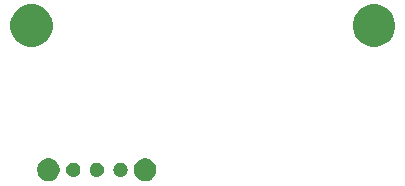
<source format=gbs>
G04 #@! TF.GenerationSoftware,KiCad,Pcbnew,(5.1.0)-1*
G04 #@! TF.CreationDate,2019-09-23T14:02:08-04:00*
G04 #@! TF.ProjectId,RGBMount,5247424d-6f75-46e7-942e-6b696361645f,rev?*
G04 #@! TF.SameCoordinates,Original*
G04 #@! TF.FileFunction,Soldermask,Bot*
G04 #@! TF.FilePolarity,Negative*
%FSLAX46Y46*%
G04 Gerber Fmt 4.6, Leading zero omitted, Abs format (unit mm)*
G04 Created by KiCad (PCBNEW (5.1.0)-1) date 2019-09-23 14:02:08*
%MOMM*%
%LPD*%
G04 APERTURE LIST*
%ADD10C,0.100000*%
G04 APERTURE END LIST*
D10*
G36*
X109907395Y-109785546D02*
G01*
X110080466Y-109857234D01*
X110080467Y-109857235D01*
X110236227Y-109961310D01*
X110368690Y-110093773D01*
X110387615Y-110122096D01*
X110472766Y-110249534D01*
X110544454Y-110422605D01*
X110581000Y-110606333D01*
X110581000Y-110793667D01*
X110544454Y-110977395D01*
X110472766Y-111150466D01*
X110472765Y-111150467D01*
X110368690Y-111306227D01*
X110236227Y-111438690D01*
X110157818Y-111491081D01*
X110080466Y-111542766D01*
X109907395Y-111614454D01*
X109723667Y-111651000D01*
X109536333Y-111651000D01*
X109352605Y-111614454D01*
X109179534Y-111542766D01*
X109102182Y-111491081D01*
X109023773Y-111438690D01*
X108891310Y-111306227D01*
X108787235Y-111150467D01*
X108787234Y-111150466D01*
X108715546Y-110977395D01*
X108679000Y-110793667D01*
X108679000Y-110606333D01*
X108715546Y-110422605D01*
X108787234Y-110249534D01*
X108872385Y-110122096D01*
X108891310Y-110093773D01*
X109023773Y-109961310D01*
X109179533Y-109857235D01*
X109179534Y-109857234D01*
X109352605Y-109785546D01*
X109536333Y-109749000D01*
X109723667Y-109749000D01*
X109907395Y-109785546D01*
X109907395Y-109785546D01*
G37*
G36*
X101707395Y-109785546D02*
G01*
X101880466Y-109857234D01*
X101880467Y-109857235D01*
X102036227Y-109961310D01*
X102168690Y-110093773D01*
X102187615Y-110122096D01*
X102272766Y-110249534D01*
X102344454Y-110422605D01*
X102381000Y-110606333D01*
X102381000Y-110793667D01*
X102344454Y-110977395D01*
X102272766Y-111150466D01*
X102272765Y-111150467D01*
X102168690Y-111306227D01*
X102036227Y-111438690D01*
X101957818Y-111491081D01*
X101880466Y-111542766D01*
X101707395Y-111614454D01*
X101523667Y-111651000D01*
X101336333Y-111651000D01*
X101152605Y-111614454D01*
X100979534Y-111542766D01*
X100902182Y-111491081D01*
X100823773Y-111438690D01*
X100691310Y-111306227D01*
X100587235Y-111150467D01*
X100587234Y-111150466D01*
X100515546Y-110977395D01*
X100479000Y-110793667D01*
X100479000Y-110606333D01*
X100515546Y-110422605D01*
X100587234Y-110249534D01*
X100672385Y-110122096D01*
X100691310Y-110093773D01*
X100823773Y-109961310D01*
X100979533Y-109857235D01*
X100979534Y-109857234D01*
X101152605Y-109785546D01*
X101336333Y-109749000D01*
X101523667Y-109749000D01*
X101707395Y-109785546D01*
X101707395Y-109785546D01*
G37*
G36*
X107666601Y-110114397D02*
G01*
X107705305Y-110122096D01*
X107737340Y-110135365D01*
X107814680Y-110167400D01*
X107913115Y-110233173D01*
X107996827Y-110316885D01*
X108062600Y-110415320D01*
X108107904Y-110524696D01*
X108131000Y-110640805D01*
X108131000Y-110759195D01*
X108107904Y-110875304D01*
X108062600Y-110984680D01*
X107996827Y-111083115D01*
X107913115Y-111166827D01*
X107814680Y-111232600D01*
X107737340Y-111264635D01*
X107705305Y-111277904D01*
X107666601Y-111285603D01*
X107589195Y-111301000D01*
X107470805Y-111301000D01*
X107393399Y-111285603D01*
X107354695Y-111277904D01*
X107322660Y-111264635D01*
X107245320Y-111232600D01*
X107146885Y-111166827D01*
X107063173Y-111083115D01*
X106997400Y-110984680D01*
X106952096Y-110875304D01*
X106929000Y-110759195D01*
X106929000Y-110640805D01*
X106952096Y-110524696D01*
X106997400Y-110415320D01*
X107063173Y-110316885D01*
X107146885Y-110233173D01*
X107245320Y-110167400D01*
X107322660Y-110135365D01*
X107354695Y-110122096D01*
X107393399Y-110114397D01*
X107470805Y-110099000D01*
X107589195Y-110099000D01*
X107666601Y-110114397D01*
X107666601Y-110114397D01*
G37*
G36*
X105666601Y-110114397D02*
G01*
X105705305Y-110122096D01*
X105737340Y-110135365D01*
X105814680Y-110167400D01*
X105913115Y-110233173D01*
X105996827Y-110316885D01*
X106062600Y-110415320D01*
X106107904Y-110524696D01*
X106131000Y-110640805D01*
X106131000Y-110759195D01*
X106107904Y-110875304D01*
X106062600Y-110984680D01*
X105996827Y-111083115D01*
X105913115Y-111166827D01*
X105814680Y-111232600D01*
X105737340Y-111264635D01*
X105705305Y-111277904D01*
X105666601Y-111285603D01*
X105589195Y-111301000D01*
X105470805Y-111301000D01*
X105393399Y-111285603D01*
X105354695Y-111277904D01*
X105322660Y-111264635D01*
X105245320Y-111232600D01*
X105146885Y-111166827D01*
X105063173Y-111083115D01*
X104997400Y-110984680D01*
X104952096Y-110875304D01*
X104929000Y-110759195D01*
X104929000Y-110640805D01*
X104952096Y-110524696D01*
X104997400Y-110415320D01*
X105063173Y-110316885D01*
X105146885Y-110233173D01*
X105245320Y-110167400D01*
X105322660Y-110135365D01*
X105354695Y-110122096D01*
X105393399Y-110114397D01*
X105470805Y-110099000D01*
X105589195Y-110099000D01*
X105666601Y-110114397D01*
X105666601Y-110114397D01*
G37*
G36*
X103666601Y-110114397D02*
G01*
X103705305Y-110122096D01*
X103737340Y-110135365D01*
X103814680Y-110167400D01*
X103913115Y-110233173D01*
X103996827Y-110316885D01*
X104062600Y-110415320D01*
X104107904Y-110524696D01*
X104131000Y-110640805D01*
X104131000Y-110759195D01*
X104107904Y-110875304D01*
X104062600Y-110984680D01*
X103996827Y-111083115D01*
X103913115Y-111166827D01*
X103814680Y-111232600D01*
X103737340Y-111264635D01*
X103705305Y-111277904D01*
X103666601Y-111285603D01*
X103589195Y-111301000D01*
X103470805Y-111301000D01*
X103393399Y-111285603D01*
X103354695Y-111277904D01*
X103322660Y-111264635D01*
X103245320Y-111232600D01*
X103146885Y-111166827D01*
X103063173Y-111083115D01*
X102997400Y-110984680D01*
X102952096Y-110875304D01*
X102929000Y-110759195D01*
X102929000Y-110640805D01*
X102952096Y-110524696D01*
X102997400Y-110415320D01*
X103063173Y-110316885D01*
X103146885Y-110233173D01*
X103245320Y-110167400D01*
X103322660Y-110135365D01*
X103354695Y-110122096D01*
X103393399Y-110114397D01*
X103470805Y-110099000D01*
X103589195Y-110099000D01*
X103666601Y-110114397D01*
X103666601Y-110114397D01*
G37*
G36*
X129525331Y-96768211D02*
G01*
X129853092Y-96903974D01*
X130148070Y-97101072D01*
X130398928Y-97351930D01*
X130596026Y-97646908D01*
X130731789Y-97974669D01*
X130801000Y-98322616D01*
X130801000Y-98677384D01*
X130731789Y-99025331D01*
X130596026Y-99353092D01*
X130398928Y-99648070D01*
X130148070Y-99898928D01*
X129853092Y-100096026D01*
X129525331Y-100231789D01*
X129177384Y-100301000D01*
X128822616Y-100301000D01*
X128474669Y-100231789D01*
X128146908Y-100096026D01*
X127851930Y-99898928D01*
X127601072Y-99648070D01*
X127403974Y-99353092D01*
X127268211Y-99025331D01*
X127199000Y-98677384D01*
X127199000Y-98322616D01*
X127268211Y-97974669D01*
X127403974Y-97646908D01*
X127601072Y-97351930D01*
X127851930Y-97101072D01*
X128146908Y-96903974D01*
X128474669Y-96768211D01*
X128822616Y-96699000D01*
X129177384Y-96699000D01*
X129525331Y-96768211D01*
X129525331Y-96768211D01*
G37*
G36*
X100525331Y-96768211D02*
G01*
X100853092Y-96903974D01*
X101148070Y-97101072D01*
X101398928Y-97351930D01*
X101596026Y-97646908D01*
X101731789Y-97974669D01*
X101801000Y-98322616D01*
X101801000Y-98677384D01*
X101731789Y-99025331D01*
X101596026Y-99353092D01*
X101398928Y-99648070D01*
X101148070Y-99898928D01*
X100853092Y-100096026D01*
X100525331Y-100231789D01*
X100177384Y-100301000D01*
X99822616Y-100301000D01*
X99474669Y-100231789D01*
X99146908Y-100096026D01*
X98851930Y-99898928D01*
X98601072Y-99648070D01*
X98403974Y-99353092D01*
X98268211Y-99025331D01*
X98199000Y-98677384D01*
X98199000Y-98322616D01*
X98268211Y-97974669D01*
X98403974Y-97646908D01*
X98601072Y-97351930D01*
X98851930Y-97101072D01*
X99146908Y-96903974D01*
X99474669Y-96768211D01*
X99822616Y-96699000D01*
X100177384Y-96699000D01*
X100525331Y-96768211D01*
X100525331Y-96768211D01*
G37*
M02*

</source>
